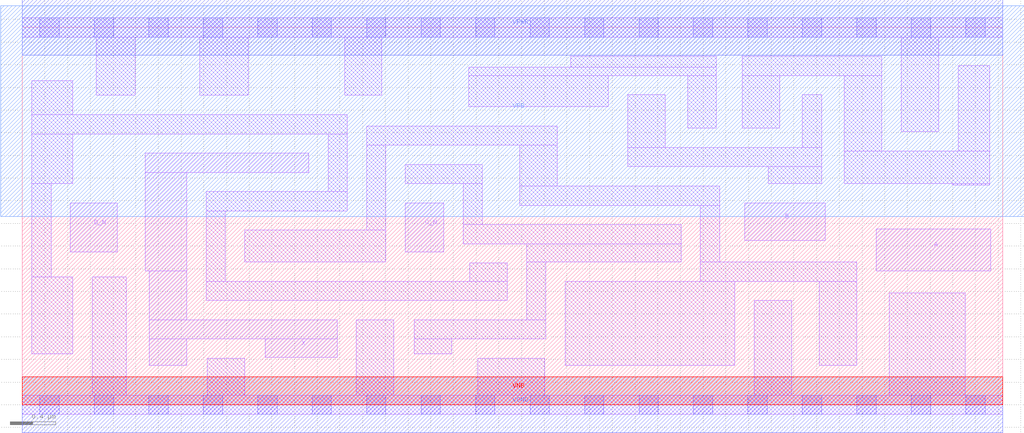
<source format=lef>
# Copyright 2020 The SkyWater PDK Authors
#
# Licensed under the Apache License, Version 2.0 (the "License");
# you may not use this file except in compliance with the License.
# You may obtain a copy of the License at
#
#     https://www.apache.org/licenses/LICENSE-2.0
#
# Unless required by applicable law or agreed to in writing, software
# distributed under the License is distributed on an "AS IS" BASIS,
# WITHOUT WARRANTIES OR CONDITIONS OF ANY KIND, either express or implied.
# See the License for the specific language governing permissions and
# limitations under the License.
#
# SPDX-License-Identifier: Apache-2.0

VERSION 5.7 ;
  NOWIREEXTENSIONATPIN ON ;
  DIVIDERCHAR "/" ;
  BUSBITCHARS "[]" ;
MACRO sky130_fd_sc_ls__or4bb_4
  CLASS CORE ;
  FOREIGN sky130_fd_sc_ls__or4bb_4 ;
  ORIGIN  0.000000  0.000000 ;
  SIZE  8.640000 BY  3.330000 ;
  SYMMETRY X Y ;
  SITE unit ;
  PIN A
    ANTENNAGATEAREA  0.411000 ;
    DIRECTION INPUT ;
    USE SIGNAL ;
    PORT
      LAYER li1 ;
        RECT 7.525000 1.180000 8.535000 1.550000 ;
    END
  END A
  PIN B
    ANTENNAGATEAREA  0.411000 ;
    DIRECTION INPUT ;
    USE SIGNAL ;
    PORT
      LAYER li1 ;
        RECT 6.365000 1.450000 7.075000 1.780000 ;
    END
  END B
  PIN C_N
    ANTENNAGATEAREA  0.246000 ;
    DIRECTION INPUT ;
    USE SIGNAL ;
    PORT
      LAYER li1 ;
        RECT 3.375000 1.350000 3.715000 1.780000 ;
    END
  END C_N
  PIN D_N
    ANTENNAGATEAREA  0.246000 ;
    DIRECTION INPUT ;
    USE SIGNAL ;
    PORT
      LAYER li1 ;
        RECT 0.425000 1.350000 0.835000 1.780000 ;
    END
  END D_N
  PIN X
    ANTENNADIFFAREA  1.677500 ;
    DIRECTION OUTPUT ;
    USE SIGNAL ;
    PORT
      LAYER li1 ;
        RECT 1.085000 1.180000 1.450000 2.050000 ;
        RECT 1.085000 2.050000 2.525000 2.220000 ;
        RECT 1.120000 0.350000 1.450000 0.580000 ;
        RECT 1.120000 0.580000 2.775000 0.750000 ;
        RECT 1.120000 0.750000 1.450000 1.180000 ;
        RECT 2.140000 0.420000 2.775000 0.580000 ;
    END
  END X
  PIN VGND
    DIRECTION INOUT ;
    SHAPE ABUTMENT ;
    USE GROUND ;
    PORT
      LAYER met1 ;
        RECT 0.000000 -0.245000 8.640000 0.245000 ;
    END
  END VGND
  PIN VNB
    DIRECTION INOUT ;
    USE GROUND ;
    PORT
      LAYER pwell ;
        RECT 0.000000 0.000000 8.640000 0.245000 ;
    END
  END VNB
  PIN VPB
    DIRECTION INOUT ;
    USE POWER ;
    PORT
      LAYER nwell ;
        RECT -0.190000 1.660000 8.830000 3.520000 ;
    END
  END VPB
  PIN VPWR
    DIRECTION INOUT ;
    SHAPE ABUTMENT ;
    USE POWER ;
    PORT
      LAYER met1 ;
        RECT 0.000000 3.085000 8.640000 3.575000 ;
    END
  END VPWR
  OBS
    LAYER li1 ;
      RECT 0.000000 -0.085000 8.640000 0.085000 ;
      RECT 0.000000  3.245000 8.640000 3.415000 ;
      RECT 0.085000  0.450000 0.445000 1.130000 ;
      RECT 0.085000  1.130000 0.255000 1.950000 ;
      RECT 0.085000  1.950000 0.445000 2.390000 ;
      RECT 0.085000  2.390000 2.865000 2.560000 ;
      RECT 0.085000  2.560000 0.445000 2.860000 ;
      RECT 0.615000  0.085000 0.915000 1.130000 ;
      RECT 0.650000  2.730000 0.995000 3.245000 ;
      RECT 1.565000  2.730000 1.990000 3.245000 ;
      RECT 1.620000  0.920000 4.275000 1.090000 ;
      RECT 1.620000  1.090000 1.790000 1.710000 ;
      RECT 1.620000  1.710000 2.865000 1.880000 ;
      RECT 1.630000  0.085000 1.960000 0.410000 ;
      RECT 1.960000  1.260000 3.205000 1.540000 ;
      RECT 2.695000  1.880000 2.865000 2.390000 ;
      RECT 2.840000  2.730000 3.170000 3.245000 ;
      RECT 2.945000  0.085000 3.275000 0.750000 ;
      RECT 3.035000  1.540000 3.205000 2.290000 ;
      RECT 3.035000  2.290000 4.715000 2.460000 ;
      RECT 3.375000  1.950000 4.055000 2.120000 ;
      RECT 3.455000  0.450000 3.785000 0.580000 ;
      RECT 3.455000  0.580000 4.615000 0.750000 ;
      RECT 3.885000  1.420000 5.805000 1.590000 ;
      RECT 3.885000  1.590000 4.055000 1.950000 ;
      RECT 3.935000  2.630000 5.165000 2.905000 ;
      RECT 3.935000  2.905000 6.115000 2.980000 ;
      RECT 3.945000  1.090000 4.275000 1.250000 ;
      RECT 4.015000  0.085000 4.605000 0.410000 ;
      RECT 4.385000  1.760000 6.145000 1.930000 ;
      RECT 4.385000  1.930000 4.715000 2.290000 ;
      RECT 4.445000  0.750000 4.615000 1.260000 ;
      RECT 4.445000  1.260000 5.805000 1.420000 ;
      RECT 4.785000  0.350000 6.280000 1.090000 ;
      RECT 4.835000  2.980000 6.115000 3.075000 ;
      RECT 5.335000  2.100000 7.045000 2.270000 ;
      RECT 5.335000  2.270000 5.665000 2.735000 ;
      RECT 5.865000  2.440000 6.115000 2.905000 ;
      RECT 5.975000  1.090000 7.355000 1.260000 ;
      RECT 5.975000  1.260000 6.145000 1.760000 ;
      RECT 6.345000  2.440000 6.675000 2.905000 ;
      RECT 6.345000  2.905000 7.575000 3.075000 ;
      RECT 6.450000  0.085000 6.780000 0.920000 ;
      RECT 6.575000  1.950000 7.045000 2.100000 ;
      RECT 6.875000  2.270000 7.045000 2.735000 ;
      RECT 7.025000  0.350000 7.355000 1.090000 ;
      RECT 7.245000  1.950000 8.525000 2.240000 ;
      RECT 7.245000  2.240000 7.575000 2.905000 ;
      RECT 7.640000  0.085000 8.310000 0.985000 ;
      RECT 7.745000  2.410000 8.075000 3.245000 ;
      RECT 8.195000  1.940000 8.525000 1.950000 ;
      RECT 8.250000  2.240000 8.525000 2.990000 ;
    LAYER mcon ;
      RECT 0.155000 -0.085000 0.325000 0.085000 ;
      RECT 0.155000  3.245000 0.325000 3.415000 ;
      RECT 0.635000 -0.085000 0.805000 0.085000 ;
      RECT 0.635000  3.245000 0.805000 3.415000 ;
      RECT 1.115000 -0.085000 1.285000 0.085000 ;
      RECT 1.115000  3.245000 1.285000 3.415000 ;
      RECT 1.595000 -0.085000 1.765000 0.085000 ;
      RECT 1.595000  3.245000 1.765000 3.415000 ;
      RECT 2.075000 -0.085000 2.245000 0.085000 ;
      RECT 2.075000  3.245000 2.245000 3.415000 ;
      RECT 2.555000 -0.085000 2.725000 0.085000 ;
      RECT 2.555000  3.245000 2.725000 3.415000 ;
      RECT 3.035000 -0.085000 3.205000 0.085000 ;
      RECT 3.035000  3.245000 3.205000 3.415000 ;
      RECT 3.515000 -0.085000 3.685000 0.085000 ;
      RECT 3.515000  3.245000 3.685000 3.415000 ;
      RECT 3.995000 -0.085000 4.165000 0.085000 ;
      RECT 3.995000  3.245000 4.165000 3.415000 ;
      RECT 4.475000 -0.085000 4.645000 0.085000 ;
      RECT 4.475000  3.245000 4.645000 3.415000 ;
      RECT 4.955000 -0.085000 5.125000 0.085000 ;
      RECT 4.955000  3.245000 5.125000 3.415000 ;
      RECT 5.435000 -0.085000 5.605000 0.085000 ;
      RECT 5.435000  3.245000 5.605000 3.415000 ;
      RECT 5.915000 -0.085000 6.085000 0.085000 ;
      RECT 5.915000  3.245000 6.085000 3.415000 ;
      RECT 6.395000 -0.085000 6.565000 0.085000 ;
      RECT 6.395000  3.245000 6.565000 3.415000 ;
      RECT 6.875000 -0.085000 7.045000 0.085000 ;
      RECT 6.875000  3.245000 7.045000 3.415000 ;
      RECT 7.355000 -0.085000 7.525000 0.085000 ;
      RECT 7.355000  3.245000 7.525000 3.415000 ;
      RECT 7.835000 -0.085000 8.005000 0.085000 ;
      RECT 7.835000  3.245000 8.005000 3.415000 ;
      RECT 8.315000 -0.085000 8.485000 0.085000 ;
      RECT 8.315000  3.245000 8.485000 3.415000 ;
  END
END sky130_fd_sc_ls__or4bb_4
END LIBRARY

</source>
